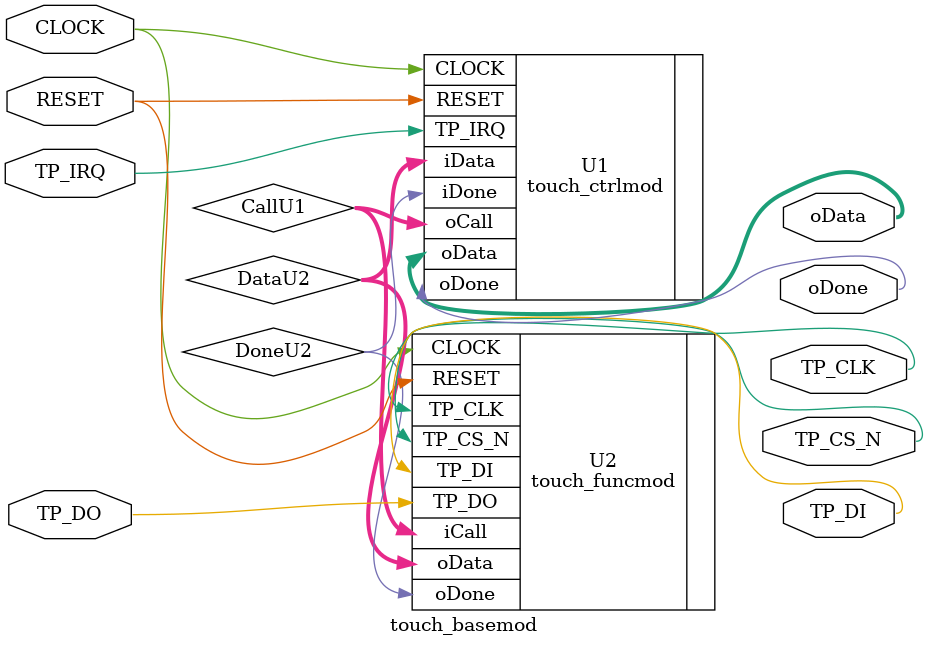
<source format=v>
module touch_basemod
(
    input CLOCK,RESET,
	 output TP_CS_N,
	 output TP_CLK,
	 input TP_IRQ,
	 output TP_DI,
	 input TP_DO,
	 
	 output oDone,
	 output [15:0]oData
);
    wire [1:0]CallU1;

    touch_ctrlmod U1
	 (
	     .CLOCK( CLOCK ),
		  .RESET(  RESET ),
		  .TP_IRQ( TP_IRQ ),  // < top
		  .oDone( oDone ),    // > top
		  .oData( oData ),  // > top
		  .oCall( CallU1 ), // > U2
		  .iDone( DoneU2 ),  // < U1
		  .iData( DataU2 )   // < U1
	 );
	 
	 wire DoneU2;
	 wire [7:0]DataU2;
	 
	 touch_funcmod U2
	 (
	     .CLOCK( CLOCK ),
		  .RESET( RESET ),
		  .TP_CS_N( TP_CS_N ),  // > top
		  .TP_CLK( TP_CLK ),    // > top
		  .TP_DI( TP_DI ),      // > top
		  .TP_DO( TP_DO ),  // < top
		  .iCall( CallU1 ),   // < U1
		  .oDone( DoneU2 ),     // > U1
		  .oData( DataU2 )      // > U1
	 );

endmodule

</source>
